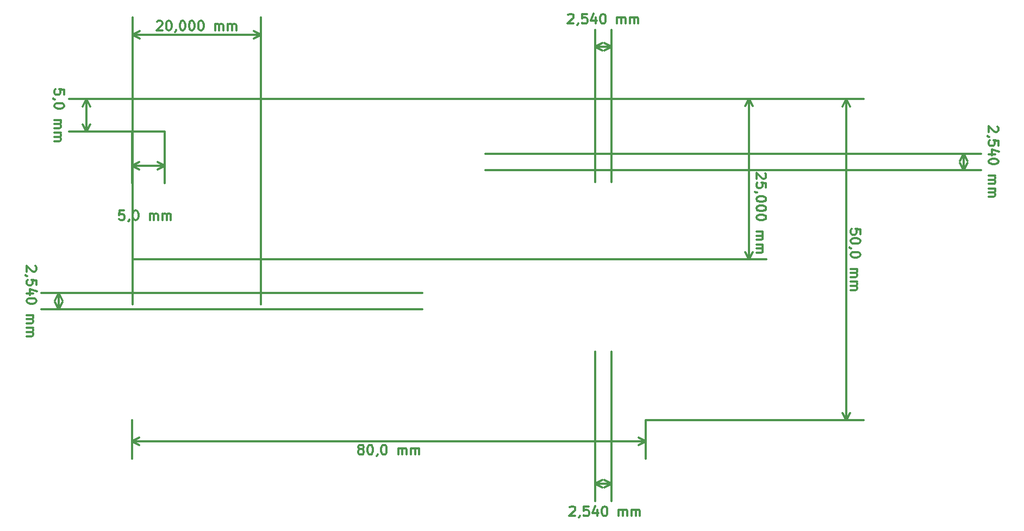
<source format=gbr>
G04 #@! TF.FileFunction,Drawing*
%FSLAX46Y46*%
G04 Gerber Fmt 4.6, Leading zero omitted, Abs format (unit mm)*
G04 Created by KiCad (PCBNEW 4.0.5+dfsg1-4) date Wed May  3 19:23:34 2017*
%MOMM*%
%LPD*%
G01*
G04 APERTURE LIST*
%ADD10C,0.100000*%
%ADD11C,0.300000*%
G04 APERTURE END LIST*
D10*
D11*
X241724571Y-85305001D02*
X241796000Y-85376430D01*
X241867429Y-85519287D01*
X241867429Y-85876430D01*
X241796000Y-86019287D01*
X241724571Y-86090716D01*
X241581714Y-86162144D01*
X241438857Y-86162144D01*
X241224571Y-86090716D01*
X240367429Y-85233573D01*
X240367429Y-86162144D01*
X240438857Y-86876429D02*
X240367429Y-86876429D01*
X240224571Y-86805001D01*
X240153143Y-86733572D01*
X241867429Y-88233573D02*
X241867429Y-87519287D01*
X241153143Y-87447858D01*
X241224571Y-87519287D01*
X241296000Y-87662144D01*
X241296000Y-88019287D01*
X241224571Y-88162144D01*
X241153143Y-88233573D01*
X241010286Y-88305001D01*
X240653143Y-88305001D01*
X240510286Y-88233573D01*
X240438857Y-88162144D01*
X240367429Y-88019287D01*
X240367429Y-87662144D01*
X240438857Y-87519287D01*
X240510286Y-87447858D01*
X241367429Y-89590715D02*
X240367429Y-89590715D01*
X241938857Y-89233572D02*
X240867429Y-88876429D01*
X240867429Y-89805001D01*
X241867429Y-90662143D02*
X241867429Y-90805000D01*
X241796000Y-90947857D01*
X241724571Y-91019286D01*
X241581714Y-91090715D01*
X241296000Y-91162143D01*
X240938857Y-91162143D01*
X240653143Y-91090715D01*
X240510286Y-91019286D01*
X240438857Y-90947857D01*
X240367429Y-90805000D01*
X240367429Y-90662143D01*
X240438857Y-90519286D01*
X240510286Y-90447857D01*
X240653143Y-90376429D01*
X240938857Y-90305000D01*
X241296000Y-90305000D01*
X241581714Y-90376429D01*
X241724571Y-90447857D01*
X241796000Y-90519286D01*
X241867429Y-90662143D01*
X240367429Y-92947857D02*
X241367429Y-92947857D01*
X241224571Y-92947857D02*
X241296000Y-93019285D01*
X241367429Y-93162143D01*
X241367429Y-93376428D01*
X241296000Y-93519285D01*
X241153143Y-93590714D01*
X240367429Y-93590714D01*
X241153143Y-93590714D02*
X241296000Y-93662143D01*
X241367429Y-93805000D01*
X241367429Y-94019285D01*
X241296000Y-94162143D01*
X241153143Y-94233571D01*
X240367429Y-94233571D01*
X240367429Y-94947857D02*
X241367429Y-94947857D01*
X241224571Y-94947857D02*
X241296000Y-95019285D01*
X241367429Y-95162143D01*
X241367429Y-95376428D01*
X241296000Y-95519285D01*
X241153143Y-95590714D01*
X240367429Y-95590714D01*
X241153143Y-95590714D02*
X241296000Y-95662143D01*
X241367429Y-95805000D01*
X241367429Y-96019285D01*
X241296000Y-96162143D01*
X241153143Y-96233571D01*
X240367429Y-96233571D01*
X236474000Y-89535000D02*
X236474000Y-92075000D01*
X161925000Y-89535000D02*
X239174000Y-89535000D01*
X161925000Y-92075000D02*
X239174000Y-92075000D01*
X236474000Y-92075000D02*
X235887579Y-90948496D01*
X236474000Y-92075000D02*
X237060421Y-90948496D01*
X236474000Y-89535000D02*
X235887579Y-90661504D01*
X236474000Y-89535000D02*
X237060421Y-90661504D01*
X174840001Y-67901429D02*
X174911430Y-67830000D01*
X175054287Y-67758571D01*
X175411430Y-67758571D01*
X175554287Y-67830000D01*
X175625716Y-67901429D01*
X175697144Y-68044286D01*
X175697144Y-68187143D01*
X175625716Y-68401429D01*
X174768573Y-69258571D01*
X175697144Y-69258571D01*
X176411429Y-69187143D02*
X176411429Y-69258571D01*
X176340001Y-69401429D01*
X176268572Y-69472857D01*
X177768573Y-67758571D02*
X177054287Y-67758571D01*
X176982858Y-68472857D01*
X177054287Y-68401429D01*
X177197144Y-68330000D01*
X177554287Y-68330000D01*
X177697144Y-68401429D01*
X177768573Y-68472857D01*
X177840001Y-68615714D01*
X177840001Y-68972857D01*
X177768573Y-69115714D01*
X177697144Y-69187143D01*
X177554287Y-69258571D01*
X177197144Y-69258571D01*
X177054287Y-69187143D01*
X176982858Y-69115714D01*
X179125715Y-68258571D02*
X179125715Y-69258571D01*
X178768572Y-67687143D02*
X178411429Y-68758571D01*
X179340001Y-68758571D01*
X180197143Y-67758571D02*
X180340000Y-67758571D01*
X180482857Y-67830000D01*
X180554286Y-67901429D01*
X180625715Y-68044286D01*
X180697143Y-68330000D01*
X180697143Y-68687143D01*
X180625715Y-68972857D01*
X180554286Y-69115714D01*
X180482857Y-69187143D01*
X180340000Y-69258571D01*
X180197143Y-69258571D01*
X180054286Y-69187143D01*
X179982857Y-69115714D01*
X179911429Y-68972857D01*
X179840000Y-68687143D01*
X179840000Y-68330000D01*
X179911429Y-68044286D01*
X179982857Y-67901429D01*
X180054286Y-67830000D01*
X180197143Y-67758571D01*
X182482857Y-69258571D02*
X182482857Y-68258571D01*
X182482857Y-68401429D02*
X182554285Y-68330000D01*
X182697143Y-68258571D01*
X182911428Y-68258571D01*
X183054285Y-68330000D01*
X183125714Y-68472857D01*
X183125714Y-69258571D01*
X183125714Y-68472857D02*
X183197143Y-68330000D01*
X183340000Y-68258571D01*
X183554285Y-68258571D01*
X183697143Y-68330000D01*
X183768571Y-68472857D01*
X183768571Y-69258571D01*
X184482857Y-69258571D02*
X184482857Y-68258571D01*
X184482857Y-68401429D02*
X184554285Y-68330000D01*
X184697143Y-68258571D01*
X184911428Y-68258571D01*
X185054285Y-68330000D01*
X185125714Y-68472857D01*
X185125714Y-69258571D01*
X185125714Y-68472857D02*
X185197143Y-68330000D01*
X185340000Y-68258571D01*
X185554285Y-68258571D01*
X185697143Y-68330000D01*
X185768571Y-68472857D01*
X185768571Y-69258571D01*
X179070000Y-72898000D02*
X181610000Y-72898000D01*
X179070000Y-93980000D02*
X179070000Y-70198000D01*
X181610000Y-93980000D02*
X181610000Y-70198000D01*
X181610000Y-72898000D02*
X180483496Y-73484421D01*
X181610000Y-72898000D02*
X180483496Y-72311579D01*
X179070000Y-72898000D02*
X180196504Y-73484421D01*
X179070000Y-72898000D02*
X180196504Y-72311579D01*
X175094001Y-144609429D02*
X175165430Y-144538000D01*
X175308287Y-144466571D01*
X175665430Y-144466571D01*
X175808287Y-144538000D01*
X175879716Y-144609429D01*
X175951144Y-144752286D01*
X175951144Y-144895143D01*
X175879716Y-145109429D01*
X175022573Y-145966571D01*
X175951144Y-145966571D01*
X176665429Y-145895143D02*
X176665429Y-145966571D01*
X176594001Y-146109429D01*
X176522572Y-146180857D01*
X178022573Y-144466571D02*
X177308287Y-144466571D01*
X177236858Y-145180857D01*
X177308287Y-145109429D01*
X177451144Y-145038000D01*
X177808287Y-145038000D01*
X177951144Y-145109429D01*
X178022573Y-145180857D01*
X178094001Y-145323714D01*
X178094001Y-145680857D01*
X178022573Y-145823714D01*
X177951144Y-145895143D01*
X177808287Y-145966571D01*
X177451144Y-145966571D01*
X177308287Y-145895143D01*
X177236858Y-145823714D01*
X179379715Y-144966571D02*
X179379715Y-145966571D01*
X179022572Y-144395143D02*
X178665429Y-145466571D01*
X179594001Y-145466571D01*
X180451143Y-144466571D02*
X180594000Y-144466571D01*
X180736857Y-144538000D01*
X180808286Y-144609429D01*
X180879715Y-144752286D01*
X180951143Y-145038000D01*
X180951143Y-145395143D01*
X180879715Y-145680857D01*
X180808286Y-145823714D01*
X180736857Y-145895143D01*
X180594000Y-145966571D01*
X180451143Y-145966571D01*
X180308286Y-145895143D01*
X180236857Y-145823714D01*
X180165429Y-145680857D01*
X180094000Y-145395143D01*
X180094000Y-145038000D01*
X180165429Y-144752286D01*
X180236857Y-144609429D01*
X180308286Y-144538000D01*
X180451143Y-144466571D01*
X182736857Y-145966571D02*
X182736857Y-144966571D01*
X182736857Y-145109429D02*
X182808285Y-145038000D01*
X182951143Y-144966571D01*
X183165428Y-144966571D01*
X183308285Y-145038000D01*
X183379714Y-145180857D01*
X183379714Y-145966571D01*
X183379714Y-145180857D02*
X183451143Y-145038000D01*
X183594000Y-144966571D01*
X183808285Y-144966571D01*
X183951143Y-145038000D01*
X184022571Y-145180857D01*
X184022571Y-145966571D01*
X184736857Y-145966571D02*
X184736857Y-144966571D01*
X184736857Y-145109429D02*
X184808285Y-145038000D01*
X184951143Y-144966571D01*
X185165428Y-144966571D01*
X185308285Y-145038000D01*
X185379714Y-145180857D01*
X185379714Y-145966571D01*
X185379714Y-145180857D02*
X185451143Y-145038000D01*
X185594000Y-144966571D01*
X185808285Y-144966571D01*
X185951143Y-145038000D01*
X186022571Y-145180857D01*
X186022571Y-145966571D01*
X179070000Y-140970000D02*
X181610000Y-140970000D01*
X179070000Y-120396000D02*
X179070000Y-143670000D01*
X181610000Y-120396000D02*
X181610000Y-143670000D01*
X181610000Y-140970000D02*
X180483496Y-141556421D01*
X181610000Y-140970000D02*
X180483496Y-140383579D01*
X179070000Y-140970000D02*
X180196504Y-141556421D01*
X179070000Y-140970000D02*
X180196504Y-140383579D01*
X91864571Y-107022001D02*
X91936000Y-107093430D01*
X92007429Y-107236287D01*
X92007429Y-107593430D01*
X91936000Y-107736287D01*
X91864571Y-107807716D01*
X91721714Y-107879144D01*
X91578857Y-107879144D01*
X91364571Y-107807716D01*
X90507429Y-106950573D01*
X90507429Y-107879144D01*
X90578857Y-108593429D02*
X90507429Y-108593429D01*
X90364571Y-108522001D01*
X90293143Y-108450572D01*
X92007429Y-109950573D02*
X92007429Y-109236287D01*
X91293143Y-109164858D01*
X91364571Y-109236287D01*
X91436000Y-109379144D01*
X91436000Y-109736287D01*
X91364571Y-109879144D01*
X91293143Y-109950573D01*
X91150286Y-110022001D01*
X90793143Y-110022001D01*
X90650286Y-109950573D01*
X90578857Y-109879144D01*
X90507429Y-109736287D01*
X90507429Y-109379144D01*
X90578857Y-109236287D01*
X90650286Y-109164858D01*
X91507429Y-111307715D02*
X90507429Y-111307715D01*
X92078857Y-110950572D02*
X91007429Y-110593429D01*
X91007429Y-111522001D01*
X92007429Y-112379143D02*
X92007429Y-112522000D01*
X91936000Y-112664857D01*
X91864571Y-112736286D01*
X91721714Y-112807715D01*
X91436000Y-112879143D01*
X91078857Y-112879143D01*
X90793143Y-112807715D01*
X90650286Y-112736286D01*
X90578857Y-112664857D01*
X90507429Y-112522000D01*
X90507429Y-112379143D01*
X90578857Y-112236286D01*
X90650286Y-112164857D01*
X90793143Y-112093429D01*
X91078857Y-112022000D01*
X91436000Y-112022000D01*
X91721714Y-112093429D01*
X91864571Y-112164857D01*
X91936000Y-112236286D01*
X92007429Y-112379143D01*
X90507429Y-114664857D02*
X91507429Y-114664857D01*
X91364571Y-114664857D02*
X91436000Y-114736285D01*
X91507429Y-114879143D01*
X91507429Y-115093428D01*
X91436000Y-115236285D01*
X91293143Y-115307714D01*
X90507429Y-115307714D01*
X91293143Y-115307714D02*
X91436000Y-115379143D01*
X91507429Y-115522000D01*
X91507429Y-115736285D01*
X91436000Y-115879143D01*
X91293143Y-115950571D01*
X90507429Y-115950571D01*
X90507429Y-116664857D02*
X91507429Y-116664857D01*
X91364571Y-116664857D02*
X91436000Y-116736285D01*
X91507429Y-116879143D01*
X91507429Y-117093428D01*
X91436000Y-117236285D01*
X91293143Y-117307714D01*
X90507429Y-117307714D01*
X91293143Y-117307714D02*
X91436000Y-117379143D01*
X91507429Y-117522000D01*
X91507429Y-117736285D01*
X91436000Y-117879143D01*
X91293143Y-117950571D01*
X90507429Y-117950571D01*
X95504000Y-111252000D02*
X95504000Y-113792000D01*
X152146000Y-111252000D02*
X92804000Y-111252000D01*
X152146000Y-113792000D02*
X92804000Y-113792000D01*
X95504000Y-113792000D02*
X94917579Y-112665496D01*
X95504000Y-113792000D02*
X96090421Y-112665496D01*
X95504000Y-111252000D02*
X94917579Y-112378504D01*
X95504000Y-111252000D02*
X96090421Y-112378504D01*
X220357429Y-102045001D02*
X220357429Y-101330715D01*
X219643143Y-101259286D01*
X219714571Y-101330715D01*
X219786000Y-101473572D01*
X219786000Y-101830715D01*
X219714571Y-101973572D01*
X219643143Y-102045001D01*
X219500286Y-102116429D01*
X219143143Y-102116429D01*
X219000286Y-102045001D01*
X218928857Y-101973572D01*
X218857429Y-101830715D01*
X218857429Y-101473572D01*
X218928857Y-101330715D01*
X219000286Y-101259286D01*
X220357429Y-103045000D02*
X220357429Y-103187857D01*
X220286000Y-103330714D01*
X220214571Y-103402143D01*
X220071714Y-103473572D01*
X219786000Y-103545000D01*
X219428857Y-103545000D01*
X219143143Y-103473572D01*
X219000286Y-103402143D01*
X218928857Y-103330714D01*
X218857429Y-103187857D01*
X218857429Y-103045000D01*
X218928857Y-102902143D01*
X219000286Y-102830714D01*
X219143143Y-102759286D01*
X219428857Y-102687857D01*
X219786000Y-102687857D01*
X220071714Y-102759286D01*
X220214571Y-102830714D01*
X220286000Y-102902143D01*
X220357429Y-103045000D01*
X218928857Y-104259285D02*
X218857429Y-104259285D01*
X218714571Y-104187857D01*
X218643143Y-104116428D01*
X220357429Y-105187857D02*
X220357429Y-105330714D01*
X220286000Y-105473571D01*
X220214571Y-105545000D01*
X220071714Y-105616429D01*
X219786000Y-105687857D01*
X219428857Y-105687857D01*
X219143143Y-105616429D01*
X219000286Y-105545000D01*
X218928857Y-105473571D01*
X218857429Y-105330714D01*
X218857429Y-105187857D01*
X218928857Y-105045000D01*
X219000286Y-104973571D01*
X219143143Y-104902143D01*
X219428857Y-104830714D01*
X219786000Y-104830714D01*
X220071714Y-104902143D01*
X220214571Y-104973571D01*
X220286000Y-105045000D01*
X220357429Y-105187857D01*
X218857429Y-107473571D02*
X219857429Y-107473571D01*
X219714571Y-107473571D02*
X219786000Y-107544999D01*
X219857429Y-107687857D01*
X219857429Y-107902142D01*
X219786000Y-108044999D01*
X219643143Y-108116428D01*
X218857429Y-108116428D01*
X219643143Y-108116428D02*
X219786000Y-108187857D01*
X219857429Y-108330714D01*
X219857429Y-108544999D01*
X219786000Y-108687857D01*
X219643143Y-108759285D01*
X218857429Y-108759285D01*
X218857429Y-109473571D02*
X219857429Y-109473571D01*
X219714571Y-109473571D02*
X219786000Y-109544999D01*
X219857429Y-109687857D01*
X219857429Y-109902142D01*
X219786000Y-110044999D01*
X219643143Y-110116428D01*
X218857429Y-110116428D01*
X219643143Y-110116428D02*
X219786000Y-110187857D01*
X219857429Y-110330714D01*
X219857429Y-110544999D01*
X219786000Y-110687857D01*
X219643143Y-110759285D01*
X218857429Y-110759285D01*
X218186000Y-81026000D02*
X218186000Y-131064000D01*
X186944000Y-81026000D02*
X220886000Y-81026000D01*
X186944000Y-131064000D02*
X220886000Y-131064000D01*
X218186000Y-131064000D02*
X217599579Y-129937496D01*
X218186000Y-131064000D02*
X218772421Y-129937496D01*
X218186000Y-81026000D02*
X217599579Y-82152504D01*
X218186000Y-81026000D02*
X218772421Y-82152504D01*
X142439001Y-135537429D02*
X142296143Y-135466000D01*
X142224715Y-135394571D01*
X142153286Y-135251714D01*
X142153286Y-135180286D01*
X142224715Y-135037429D01*
X142296143Y-134966000D01*
X142439001Y-134894571D01*
X142724715Y-134894571D01*
X142867572Y-134966000D01*
X142939001Y-135037429D01*
X143010429Y-135180286D01*
X143010429Y-135251714D01*
X142939001Y-135394571D01*
X142867572Y-135466000D01*
X142724715Y-135537429D01*
X142439001Y-135537429D01*
X142296143Y-135608857D01*
X142224715Y-135680286D01*
X142153286Y-135823143D01*
X142153286Y-136108857D01*
X142224715Y-136251714D01*
X142296143Y-136323143D01*
X142439001Y-136394571D01*
X142724715Y-136394571D01*
X142867572Y-136323143D01*
X142939001Y-136251714D01*
X143010429Y-136108857D01*
X143010429Y-135823143D01*
X142939001Y-135680286D01*
X142867572Y-135608857D01*
X142724715Y-135537429D01*
X143939000Y-134894571D02*
X144081857Y-134894571D01*
X144224714Y-134966000D01*
X144296143Y-135037429D01*
X144367572Y-135180286D01*
X144439000Y-135466000D01*
X144439000Y-135823143D01*
X144367572Y-136108857D01*
X144296143Y-136251714D01*
X144224714Y-136323143D01*
X144081857Y-136394571D01*
X143939000Y-136394571D01*
X143796143Y-136323143D01*
X143724714Y-136251714D01*
X143653286Y-136108857D01*
X143581857Y-135823143D01*
X143581857Y-135466000D01*
X143653286Y-135180286D01*
X143724714Y-135037429D01*
X143796143Y-134966000D01*
X143939000Y-134894571D01*
X145153285Y-136323143D02*
X145153285Y-136394571D01*
X145081857Y-136537429D01*
X145010428Y-136608857D01*
X146081857Y-134894571D02*
X146224714Y-134894571D01*
X146367571Y-134966000D01*
X146439000Y-135037429D01*
X146510429Y-135180286D01*
X146581857Y-135466000D01*
X146581857Y-135823143D01*
X146510429Y-136108857D01*
X146439000Y-136251714D01*
X146367571Y-136323143D01*
X146224714Y-136394571D01*
X146081857Y-136394571D01*
X145939000Y-136323143D01*
X145867571Y-136251714D01*
X145796143Y-136108857D01*
X145724714Y-135823143D01*
X145724714Y-135466000D01*
X145796143Y-135180286D01*
X145867571Y-135037429D01*
X145939000Y-134966000D01*
X146081857Y-134894571D01*
X148367571Y-136394571D02*
X148367571Y-135394571D01*
X148367571Y-135537429D02*
X148438999Y-135466000D01*
X148581857Y-135394571D01*
X148796142Y-135394571D01*
X148938999Y-135466000D01*
X149010428Y-135608857D01*
X149010428Y-136394571D01*
X149010428Y-135608857D02*
X149081857Y-135466000D01*
X149224714Y-135394571D01*
X149438999Y-135394571D01*
X149581857Y-135466000D01*
X149653285Y-135608857D01*
X149653285Y-136394571D01*
X150367571Y-136394571D02*
X150367571Y-135394571D01*
X150367571Y-135537429D02*
X150438999Y-135466000D01*
X150581857Y-135394571D01*
X150796142Y-135394571D01*
X150938999Y-135466000D01*
X151010428Y-135608857D01*
X151010428Y-136394571D01*
X151010428Y-135608857D02*
X151081857Y-135466000D01*
X151224714Y-135394571D01*
X151438999Y-135394571D01*
X151581857Y-135466000D01*
X151653285Y-135608857D01*
X151653285Y-136394571D01*
X106934000Y-134366000D02*
X186944000Y-134366000D01*
X106934000Y-131064000D02*
X106934000Y-137066000D01*
X186944000Y-131064000D02*
X186944000Y-137066000D01*
X186944000Y-134366000D02*
X185817496Y-134952421D01*
X186944000Y-134366000D02*
X185817496Y-133779579D01*
X106934000Y-134366000D02*
X108060504Y-134952421D01*
X106934000Y-134366000D02*
X108060504Y-133779579D01*
X105680287Y-98365571D02*
X104966001Y-98365571D01*
X104894572Y-99079857D01*
X104966001Y-99008429D01*
X105108858Y-98937000D01*
X105466001Y-98937000D01*
X105608858Y-99008429D01*
X105680287Y-99079857D01*
X105751715Y-99222714D01*
X105751715Y-99579857D01*
X105680287Y-99722714D01*
X105608858Y-99794143D01*
X105466001Y-99865571D01*
X105108858Y-99865571D01*
X104966001Y-99794143D01*
X104894572Y-99722714D01*
X106466000Y-99794143D02*
X106466000Y-99865571D01*
X106394572Y-100008429D01*
X106323143Y-100079857D01*
X107394572Y-98365571D02*
X107537429Y-98365571D01*
X107680286Y-98437000D01*
X107751715Y-98508429D01*
X107823144Y-98651286D01*
X107894572Y-98937000D01*
X107894572Y-99294143D01*
X107823144Y-99579857D01*
X107751715Y-99722714D01*
X107680286Y-99794143D01*
X107537429Y-99865571D01*
X107394572Y-99865571D01*
X107251715Y-99794143D01*
X107180286Y-99722714D01*
X107108858Y-99579857D01*
X107037429Y-99294143D01*
X107037429Y-98937000D01*
X107108858Y-98651286D01*
X107180286Y-98508429D01*
X107251715Y-98437000D01*
X107394572Y-98365571D01*
X109680286Y-99865571D02*
X109680286Y-98865571D01*
X109680286Y-99008429D02*
X109751714Y-98937000D01*
X109894572Y-98865571D01*
X110108857Y-98865571D01*
X110251714Y-98937000D01*
X110323143Y-99079857D01*
X110323143Y-99865571D01*
X110323143Y-99079857D02*
X110394572Y-98937000D01*
X110537429Y-98865571D01*
X110751714Y-98865571D01*
X110894572Y-98937000D01*
X110966000Y-99079857D01*
X110966000Y-99865571D01*
X111680286Y-99865571D02*
X111680286Y-98865571D01*
X111680286Y-99008429D02*
X111751714Y-98937000D01*
X111894572Y-98865571D01*
X112108857Y-98865571D01*
X112251714Y-98937000D01*
X112323143Y-99079857D01*
X112323143Y-99865571D01*
X112323143Y-99079857D02*
X112394572Y-98937000D01*
X112537429Y-98865571D01*
X112751714Y-98865571D01*
X112894572Y-98937000D01*
X112966000Y-99079857D01*
X112966000Y-99865571D01*
X112014000Y-91440000D02*
X106934000Y-91440000D01*
X112014000Y-86106000D02*
X112014000Y-94140000D01*
X106934000Y-86106000D02*
X106934000Y-94140000D01*
X106934000Y-91440000D02*
X108060504Y-90853579D01*
X106934000Y-91440000D02*
X108060504Y-92026421D01*
X112014000Y-91440000D02*
X110887496Y-90853579D01*
X112014000Y-91440000D02*
X110887496Y-92026421D01*
X96325429Y-80280287D02*
X96325429Y-79566001D01*
X95611143Y-79494572D01*
X95682571Y-79566001D01*
X95754000Y-79708858D01*
X95754000Y-80066001D01*
X95682571Y-80208858D01*
X95611143Y-80280287D01*
X95468286Y-80351715D01*
X95111143Y-80351715D01*
X94968286Y-80280287D01*
X94896857Y-80208858D01*
X94825429Y-80066001D01*
X94825429Y-79708858D01*
X94896857Y-79566001D01*
X94968286Y-79494572D01*
X94896857Y-81066000D02*
X94825429Y-81066000D01*
X94682571Y-80994572D01*
X94611143Y-80923143D01*
X96325429Y-81994572D02*
X96325429Y-82137429D01*
X96254000Y-82280286D01*
X96182571Y-82351715D01*
X96039714Y-82423144D01*
X95754000Y-82494572D01*
X95396857Y-82494572D01*
X95111143Y-82423144D01*
X94968286Y-82351715D01*
X94896857Y-82280286D01*
X94825429Y-82137429D01*
X94825429Y-81994572D01*
X94896857Y-81851715D01*
X94968286Y-81780286D01*
X95111143Y-81708858D01*
X95396857Y-81637429D01*
X95754000Y-81637429D01*
X96039714Y-81708858D01*
X96182571Y-81780286D01*
X96254000Y-81851715D01*
X96325429Y-81994572D01*
X94825429Y-84280286D02*
X95825429Y-84280286D01*
X95682571Y-84280286D02*
X95754000Y-84351714D01*
X95825429Y-84494572D01*
X95825429Y-84708857D01*
X95754000Y-84851714D01*
X95611143Y-84923143D01*
X94825429Y-84923143D01*
X95611143Y-84923143D02*
X95754000Y-84994572D01*
X95825429Y-85137429D01*
X95825429Y-85351714D01*
X95754000Y-85494572D01*
X95611143Y-85566000D01*
X94825429Y-85566000D01*
X94825429Y-86280286D02*
X95825429Y-86280286D01*
X95682571Y-86280286D02*
X95754000Y-86351714D01*
X95825429Y-86494572D01*
X95825429Y-86708857D01*
X95754000Y-86851714D01*
X95611143Y-86923143D01*
X94825429Y-86923143D01*
X95611143Y-86923143D02*
X95754000Y-86994572D01*
X95825429Y-87137429D01*
X95825429Y-87351714D01*
X95754000Y-87494572D01*
X95611143Y-87566000D01*
X94825429Y-87566000D01*
X99822000Y-81026000D02*
X99822000Y-86106000D01*
X112014000Y-81026000D02*
X97122000Y-81026000D01*
X112014000Y-86106000D02*
X97122000Y-86106000D01*
X99822000Y-86106000D02*
X99235579Y-84979496D01*
X99822000Y-86106000D02*
X100408421Y-84979496D01*
X99822000Y-81026000D02*
X99235579Y-82152504D01*
X99822000Y-81026000D02*
X100408421Y-82152504D01*
X110785715Y-68971429D02*
X110857144Y-68900000D01*
X111000001Y-68828571D01*
X111357144Y-68828571D01*
X111500001Y-68900000D01*
X111571430Y-68971429D01*
X111642858Y-69114286D01*
X111642858Y-69257143D01*
X111571430Y-69471429D01*
X110714287Y-70328571D01*
X111642858Y-70328571D01*
X112571429Y-68828571D02*
X112714286Y-68828571D01*
X112857143Y-68900000D01*
X112928572Y-68971429D01*
X113000001Y-69114286D01*
X113071429Y-69400000D01*
X113071429Y-69757143D01*
X113000001Y-70042857D01*
X112928572Y-70185714D01*
X112857143Y-70257143D01*
X112714286Y-70328571D01*
X112571429Y-70328571D01*
X112428572Y-70257143D01*
X112357143Y-70185714D01*
X112285715Y-70042857D01*
X112214286Y-69757143D01*
X112214286Y-69400000D01*
X112285715Y-69114286D01*
X112357143Y-68971429D01*
X112428572Y-68900000D01*
X112571429Y-68828571D01*
X113785714Y-70257143D02*
X113785714Y-70328571D01*
X113714286Y-70471429D01*
X113642857Y-70542857D01*
X114714286Y-68828571D02*
X114857143Y-68828571D01*
X115000000Y-68900000D01*
X115071429Y-68971429D01*
X115142858Y-69114286D01*
X115214286Y-69400000D01*
X115214286Y-69757143D01*
X115142858Y-70042857D01*
X115071429Y-70185714D01*
X115000000Y-70257143D01*
X114857143Y-70328571D01*
X114714286Y-70328571D01*
X114571429Y-70257143D01*
X114500000Y-70185714D01*
X114428572Y-70042857D01*
X114357143Y-69757143D01*
X114357143Y-69400000D01*
X114428572Y-69114286D01*
X114500000Y-68971429D01*
X114571429Y-68900000D01*
X114714286Y-68828571D01*
X116142857Y-68828571D02*
X116285714Y-68828571D01*
X116428571Y-68900000D01*
X116500000Y-68971429D01*
X116571429Y-69114286D01*
X116642857Y-69400000D01*
X116642857Y-69757143D01*
X116571429Y-70042857D01*
X116500000Y-70185714D01*
X116428571Y-70257143D01*
X116285714Y-70328571D01*
X116142857Y-70328571D01*
X116000000Y-70257143D01*
X115928571Y-70185714D01*
X115857143Y-70042857D01*
X115785714Y-69757143D01*
X115785714Y-69400000D01*
X115857143Y-69114286D01*
X115928571Y-68971429D01*
X116000000Y-68900000D01*
X116142857Y-68828571D01*
X117571428Y-68828571D02*
X117714285Y-68828571D01*
X117857142Y-68900000D01*
X117928571Y-68971429D01*
X118000000Y-69114286D01*
X118071428Y-69400000D01*
X118071428Y-69757143D01*
X118000000Y-70042857D01*
X117928571Y-70185714D01*
X117857142Y-70257143D01*
X117714285Y-70328571D01*
X117571428Y-70328571D01*
X117428571Y-70257143D01*
X117357142Y-70185714D01*
X117285714Y-70042857D01*
X117214285Y-69757143D01*
X117214285Y-69400000D01*
X117285714Y-69114286D01*
X117357142Y-68971429D01*
X117428571Y-68900000D01*
X117571428Y-68828571D01*
X119857142Y-70328571D02*
X119857142Y-69328571D01*
X119857142Y-69471429D02*
X119928570Y-69400000D01*
X120071428Y-69328571D01*
X120285713Y-69328571D01*
X120428570Y-69400000D01*
X120499999Y-69542857D01*
X120499999Y-70328571D01*
X120499999Y-69542857D02*
X120571428Y-69400000D01*
X120714285Y-69328571D01*
X120928570Y-69328571D01*
X121071428Y-69400000D01*
X121142856Y-69542857D01*
X121142856Y-70328571D01*
X121857142Y-70328571D02*
X121857142Y-69328571D01*
X121857142Y-69471429D02*
X121928570Y-69400000D01*
X122071428Y-69328571D01*
X122285713Y-69328571D01*
X122428570Y-69400000D01*
X122499999Y-69542857D01*
X122499999Y-70328571D01*
X122499999Y-69542857D02*
X122571428Y-69400000D01*
X122714285Y-69328571D01*
X122928570Y-69328571D01*
X123071428Y-69400000D01*
X123142856Y-69542857D01*
X123142856Y-70328571D01*
X107000000Y-71000000D02*
X127000000Y-71000000D01*
X107000000Y-113000000D02*
X107000000Y-68300000D01*
X127000000Y-113000000D02*
X127000000Y-68300000D01*
X127000000Y-71000000D02*
X125873496Y-71586421D01*
X127000000Y-71000000D02*
X125873496Y-70413579D01*
X107000000Y-71000000D02*
X108126504Y-71586421D01*
X107000000Y-71000000D02*
X108126504Y-70413579D01*
X205529571Y-92591715D02*
X205601000Y-92663144D01*
X205672429Y-92806001D01*
X205672429Y-93163144D01*
X205601000Y-93306001D01*
X205529571Y-93377430D01*
X205386714Y-93448858D01*
X205243857Y-93448858D01*
X205029571Y-93377430D01*
X204172429Y-92520287D01*
X204172429Y-93448858D01*
X205672429Y-94806001D02*
X205672429Y-94091715D01*
X204958143Y-94020286D01*
X205029571Y-94091715D01*
X205101000Y-94234572D01*
X205101000Y-94591715D01*
X205029571Y-94734572D01*
X204958143Y-94806001D01*
X204815286Y-94877429D01*
X204458143Y-94877429D01*
X204315286Y-94806001D01*
X204243857Y-94734572D01*
X204172429Y-94591715D01*
X204172429Y-94234572D01*
X204243857Y-94091715D01*
X204315286Y-94020286D01*
X204243857Y-95591714D02*
X204172429Y-95591714D01*
X204029571Y-95520286D01*
X203958143Y-95448857D01*
X205672429Y-96520286D02*
X205672429Y-96663143D01*
X205601000Y-96806000D01*
X205529571Y-96877429D01*
X205386714Y-96948858D01*
X205101000Y-97020286D01*
X204743857Y-97020286D01*
X204458143Y-96948858D01*
X204315286Y-96877429D01*
X204243857Y-96806000D01*
X204172429Y-96663143D01*
X204172429Y-96520286D01*
X204243857Y-96377429D01*
X204315286Y-96306000D01*
X204458143Y-96234572D01*
X204743857Y-96163143D01*
X205101000Y-96163143D01*
X205386714Y-96234572D01*
X205529571Y-96306000D01*
X205601000Y-96377429D01*
X205672429Y-96520286D01*
X205672429Y-97948857D02*
X205672429Y-98091714D01*
X205601000Y-98234571D01*
X205529571Y-98306000D01*
X205386714Y-98377429D01*
X205101000Y-98448857D01*
X204743857Y-98448857D01*
X204458143Y-98377429D01*
X204315286Y-98306000D01*
X204243857Y-98234571D01*
X204172429Y-98091714D01*
X204172429Y-97948857D01*
X204243857Y-97806000D01*
X204315286Y-97734571D01*
X204458143Y-97663143D01*
X204743857Y-97591714D01*
X205101000Y-97591714D01*
X205386714Y-97663143D01*
X205529571Y-97734571D01*
X205601000Y-97806000D01*
X205672429Y-97948857D01*
X205672429Y-99377428D02*
X205672429Y-99520285D01*
X205601000Y-99663142D01*
X205529571Y-99734571D01*
X205386714Y-99806000D01*
X205101000Y-99877428D01*
X204743857Y-99877428D01*
X204458143Y-99806000D01*
X204315286Y-99734571D01*
X204243857Y-99663142D01*
X204172429Y-99520285D01*
X204172429Y-99377428D01*
X204243857Y-99234571D01*
X204315286Y-99163142D01*
X204458143Y-99091714D01*
X204743857Y-99020285D01*
X205101000Y-99020285D01*
X205386714Y-99091714D01*
X205529571Y-99163142D01*
X205601000Y-99234571D01*
X205672429Y-99377428D01*
X204172429Y-101663142D02*
X205172429Y-101663142D01*
X205029571Y-101663142D02*
X205101000Y-101734570D01*
X205172429Y-101877428D01*
X205172429Y-102091713D01*
X205101000Y-102234570D01*
X204958143Y-102305999D01*
X204172429Y-102305999D01*
X204958143Y-102305999D02*
X205101000Y-102377428D01*
X205172429Y-102520285D01*
X205172429Y-102734570D01*
X205101000Y-102877428D01*
X204958143Y-102948856D01*
X204172429Y-102948856D01*
X204172429Y-103663142D02*
X205172429Y-103663142D01*
X205029571Y-103663142D02*
X205101000Y-103734570D01*
X205172429Y-103877428D01*
X205172429Y-104091713D01*
X205101000Y-104234570D01*
X204958143Y-104305999D01*
X204172429Y-104305999D01*
X204958143Y-104305999D02*
X205101000Y-104377428D01*
X205172429Y-104520285D01*
X205172429Y-104734570D01*
X205101000Y-104877428D01*
X204958143Y-104948856D01*
X204172429Y-104948856D01*
X203000000Y-81000000D02*
X203000000Y-106000000D01*
X107000000Y-81000000D02*
X205700000Y-81000000D01*
X107000000Y-106000000D02*
X205700000Y-106000000D01*
X203000000Y-106000000D02*
X202413579Y-104873496D01*
X203000000Y-106000000D02*
X203586421Y-104873496D01*
X203000000Y-81000000D02*
X202413579Y-82126504D01*
X203000000Y-81000000D02*
X203586421Y-82126504D01*
M02*

</source>
